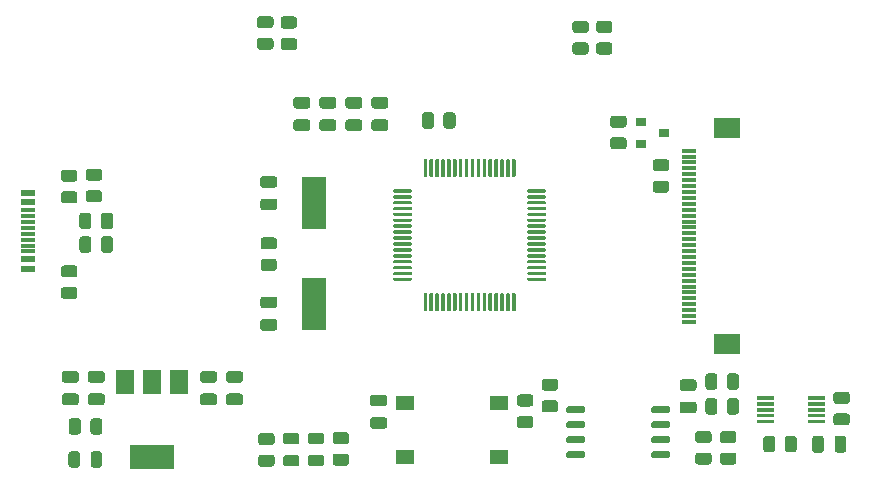
<source format=gbr>
%TF.GenerationSoftware,KiCad,Pcbnew,(5.1.10)-1*%
%TF.CreationDate,2022-04-11T13:22:51+08:00*%
%TF.ProjectId,stm32f103,73746d33-3266-4313-9033-2e6b69636164,rev?*%
%TF.SameCoordinates,Original*%
%TF.FileFunction,Paste,Top*%
%TF.FilePolarity,Positive*%
%FSLAX46Y46*%
G04 Gerber Fmt 4.6, Leading zero omitted, Abs format (unit mm)*
G04 Created by KiCad (PCBNEW (5.1.10)-1) date 2022-04-11 13:22:51*
%MOMM*%
%LPD*%
G01*
G04 APERTURE LIST*
%ADD10R,2.200000X1.800000*%
%ADD11R,1.300000X0.300000*%
%ADD12R,1.150000X0.600000*%
%ADD13R,1.150000X0.300000*%
%ADD14R,0.900000X0.800000*%
%ADD15R,1.550000X1.300000*%
%ADD16R,1.500000X2.000000*%
%ADD17R,3.800000X2.000000*%
%ADD18R,2.000000X4.500000*%
G04 APERTURE END LIST*
D10*
%TO.C,J4*%
X179900000Y-89450000D03*
X179900000Y-107750000D03*
D11*
X176650000Y-105850000D03*
X176650000Y-105350000D03*
X176650000Y-104850000D03*
X176650000Y-104350000D03*
X176650000Y-103850000D03*
X176650000Y-103350000D03*
X176650000Y-102850000D03*
X176650000Y-102350000D03*
X176650000Y-101850000D03*
X176650000Y-101350000D03*
X176650000Y-100850000D03*
X176650000Y-100350000D03*
X176650000Y-99850000D03*
X176650000Y-99350000D03*
X176650000Y-98850000D03*
X176650000Y-98350000D03*
X176650000Y-97850000D03*
X176650000Y-97350000D03*
X176650000Y-96850000D03*
X176650000Y-96350000D03*
X176650000Y-95850000D03*
X176650000Y-95350000D03*
X176650000Y-94850000D03*
X176650000Y-94350000D03*
X176650000Y-93850000D03*
X176650000Y-93350000D03*
X176650000Y-92850000D03*
X176650000Y-92350000D03*
X176650000Y-91850000D03*
X176650000Y-91350000D03*
%TD*%
%TO.C,R11*%
G36*
G01*
X126087500Y-98849998D02*
X126087500Y-99750002D01*
G75*
G02*
X125837502Y-100000000I-249998J0D01*
G01*
X125312498Y-100000000D01*
G75*
G02*
X125062500Y-99750002I0J249998D01*
G01*
X125062500Y-98849998D01*
G75*
G02*
X125312498Y-98600000I249998J0D01*
G01*
X125837502Y-98600000D01*
G75*
G02*
X126087500Y-98849998I0J-249998D01*
G01*
G37*
G36*
G01*
X127912500Y-98849998D02*
X127912500Y-99750002D01*
G75*
G02*
X127662502Y-100000000I-249998J0D01*
G01*
X127137498Y-100000000D01*
G75*
G02*
X126887500Y-99750002I0J249998D01*
G01*
X126887500Y-98849998D01*
G75*
G02*
X127137498Y-98600000I249998J0D01*
G01*
X127662502Y-98600000D01*
G75*
G02*
X127912500Y-98849998I0J-249998D01*
G01*
G37*
%TD*%
%TO.C,R12*%
G36*
G01*
X126087500Y-96849998D02*
X126087500Y-97750002D01*
G75*
G02*
X125837502Y-98000000I-249998J0D01*
G01*
X125312498Y-98000000D01*
G75*
G02*
X125062500Y-97750002I0J249998D01*
G01*
X125062500Y-96849998D01*
G75*
G02*
X125312498Y-96600000I249998J0D01*
G01*
X125837502Y-96600000D01*
G75*
G02*
X126087500Y-96849998I0J-249998D01*
G01*
G37*
G36*
G01*
X127912500Y-96849998D02*
X127912500Y-97750002D01*
G75*
G02*
X127662502Y-98000000I-249998J0D01*
G01*
X127137498Y-98000000D01*
G75*
G02*
X126887500Y-97750002I0J249998D01*
G01*
X126887500Y-96849998D01*
G75*
G02*
X127137498Y-96600000I249998J0D01*
G01*
X127662502Y-96600000D01*
G75*
G02*
X127912500Y-96849998I0J-249998D01*
G01*
G37*
%TD*%
%TO.C,U2*%
G36*
G01*
X151650000Y-94825000D02*
X151650000Y-94675000D01*
G75*
G02*
X151725000Y-94600000I75000J0D01*
G01*
X153125000Y-94600000D01*
G75*
G02*
X153200000Y-94675000I0J-75000D01*
G01*
X153200000Y-94825000D01*
G75*
G02*
X153125000Y-94900000I-75000J0D01*
G01*
X151725000Y-94900000D01*
G75*
G02*
X151650000Y-94825000I0J75000D01*
G01*
G37*
G36*
G01*
X151650000Y-95325000D02*
X151650000Y-95175000D01*
G75*
G02*
X151725000Y-95100000I75000J0D01*
G01*
X153125000Y-95100000D01*
G75*
G02*
X153200000Y-95175000I0J-75000D01*
G01*
X153200000Y-95325000D01*
G75*
G02*
X153125000Y-95400000I-75000J0D01*
G01*
X151725000Y-95400000D01*
G75*
G02*
X151650000Y-95325000I0J75000D01*
G01*
G37*
G36*
G01*
X151650000Y-95825000D02*
X151650000Y-95675000D01*
G75*
G02*
X151725000Y-95600000I75000J0D01*
G01*
X153125000Y-95600000D01*
G75*
G02*
X153200000Y-95675000I0J-75000D01*
G01*
X153200000Y-95825000D01*
G75*
G02*
X153125000Y-95900000I-75000J0D01*
G01*
X151725000Y-95900000D01*
G75*
G02*
X151650000Y-95825000I0J75000D01*
G01*
G37*
G36*
G01*
X151650000Y-96325000D02*
X151650000Y-96175000D01*
G75*
G02*
X151725000Y-96100000I75000J0D01*
G01*
X153125000Y-96100000D01*
G75*
G02*
X153200000Y-96175000I0J-75000D01*
G01*
X153200000Y-96325000D01*
G75*
G02*
X153125000Y-96400000I-75000J0D01*
G01*
X151725000Y-96400000D01*
G75*
G02*
X151650000Y-96325000I0J75000D01*
G01*
G37*
G36*
G01*
X151650000Y-96825000D02*
X151650000Y-96675000D01*
G75*
G02*
X151725000Y-96600000I75000J0D01*
G01*
X153125000Y-96600000D01*
G75*
G02*
X153200000Y-96675000I0J-75000D01*
G01*
X153200000Y-96825000D01*
G75*
G02*
X153125000Y-96900000I-75000J0D01*
G01*
X151725000Y-96900000D01*
G75*
G02*
X151650000Y-96825000I0J75000D01*
G01*
G37*
G36*
G01*
X151650000Y-97325000D02*
X151650000Y-97175000D01*
G75*
G02*
X151725000Y-97100000I75000J0D01*
G01*
X153125000Y-97100000D01*
G75*
G02*
X153200000Y-97175000I0J-75000D01*
G01*
X153200000Y-97325000D01*
G75*
G02*
X153125000Y-97400000I-75000J0D01*
G01*
X151725000Y-97400000D01*
G75*
G02*
X151650000Y-97325000I0J75000D01*
G01*
G37*
G36*
G01*
X151650000Y-97825000D02*
X151650000Y-97675000D01*
G75*
G02*
X151725000Y-97600000I75000J0D01*
G01*
X153125000Y-97600000D01*
G75*
G02*
X153200000Y-97675000I0J-75000D01*
G01*
X153200000Y-97825000D01*
G75*
G02*
X153125000Y-97900000I-75000J0D01*
G01*
X151725000Y-97900000D01*
G75*
G02*
X151650000Y-97825000I0J75000D01*
G01*
G37*
G36*
G01*
X151650000Y-98325000D02*
X151650000Y-98175000D01*
G75*
G02*
X151725000Y-98100000I75000J0D01*
G01*
X153125000Y-98100000D01*
G75*
G02*
X153200000Y-98175000I0J-75000D01*
G01*
X153200000Y-98325000D01*
G75*
G02*
X153125000Y-98400000I-75000J0D01*
G01*
X151725000Y-98400000D01*
G75*
G02*
X151650000Y-98325000I0J75000D01*
G01*
G37*
G36*
G01*
X151650000Y-98825000D02*
X151650000Y-98675000D01*
G75*
G02*
X151725000Y-98600000I75000J0D01*
G01*
X153125000Y-98600000D01*
G75*
G02*
X153200000Y-98675000I0J-75000D01*
G01*
X153200000Y-98825000D01*
G75*
G02*
X153125000Y-98900000I-75000J0D01*
G01*
X151725000Y-98900000D01*
G75*
G02*
X151650000Y-98825000I0J75000D01*
G01*
G37*
G36*
G01*
X151650000Y-99325000D02*
X151650000Y-99175000D01*
G75*
G02*
X151725000Y-99100000I75000J0D01*
G01*
X153125000Y-99100000D01*
G75*
G02*
X153200000Y-99175000I0J-75000D01*
G01*
X153200000Y-99325000D01*
G75*
G02*
X153125000Y-99400000I-75000J0D01*
G01*
X151725000Y-99400000D01*
G75*
G02*
X151650000Y-99325000I0J75000D01*
G01*
G37*
G36*
G01*
X151650000Y-99825000D02*
X151650000Y-99675000D01*
G75*
G02*
X151725000Y-99600000I75000J0D01*
G01*
X153125000Y-99600000D01*
G75*
G02*
X153200000Y-99675000I0J-75000D01*
G01*
X153200000Y-99825000D01*
G75*
G02*
X153125000Y-99900000I-75000J0D01*
G01*
X151725000Y-99900000D01*
G75*
G02*
X151650000Y-99825000I0J75000D01*
G01*
G37*
G36*
G01*
X151650000Y-100325000D02*
X151650000Y-100175000D01*
G75*
G02*
X151725000Y-100100000I75000J0D01*
G01*
X153125000Y-100100000D01*
G75*
G02*
X153200000Y-100175000I0J-75000D01*
G01*
X153200000Y-100325000D01*
G75*
G02*
X153125000Y-100400000I-75000J0D01*
G01*
X151725000Y-100400000D01*
G75*
G02*
X151650000Y-100325000I0J75000D01*
G01*
G37*
G36*
G01*
X151650000Y-100825000D02*
X151650000Y-100675000D01*
G75*
G02*
X151725000Y-100600000I75000J0D01*
G01*
X153125000Y-100600000D01*
G75*
G02*
X153200000Y-100675000I0J-75000D01*
G01*
X153200000Y-100825000D01*
G75*
G02*
X153125000Y-100900000I-75000J0D01*
G01*
X151725000Y-100900000D01*
G75*
G02*
X151650000Y-100825000I0J75000D01*
G01*
G37*
G36*
G01*
X151650000Y-101325000D02*
X151650000Y-101175000D01*
G75*
G02*
X151725000Y-101100000I75000J0D01*
G01*
X153125000Y-101100000D01*
G75*
G02*
X153200000Y-101175000I0J-75000D01*
G01*
X153200000Y-101325000D01*
G75*
G02*
X153125000Y-101400000I-75000J0D01*
G01*
X151725000Y-101400000D01*
G75*
G02*
X151650000Y-101325000I0J75000D01*
G01*
G37*
G36*
G01*
X151650000Y-101825000D02*
X151650000Y-101675000D01*
G75*
G02*
X151725000Y-101600000I75000J0D01*
G01*
X153125000Y-101600000D01*
G75*
G02*
X153200000Y-101675000I0J-75000D01*
G01*
X153200000Y-101825000D01*
G75*
G02*
X153125000Y-101900000I-75000J0D01*
G01*
X151725000Y-101900000D01*
G75*
G02*
X151650000Y-101825000I0J75000D01*
G01*
G37*
G36*
G01*
X151650000Y-102325000D02*
X151650000Y-102175000D01*
G75*
G02*
X151725000Y-102100000I75000J0D01*
G01*
X153125000Y-102100000D01*
G75*
G02*
X153200000Y-102175000I0J-75000D01*
G01*
X153200000Y-102325000D01*
G75*
G02*
X153125000Y-102400000I-75000J0D01*
G01*
X151725000Y-102400000D01*
G75*
G02*
X151650000Y-102325000I0J75000D01*
G01*
G37*
G36*
G01*
X154200000Y-104875000D02*
X154200000Y-103475000D01*
G75*
G02*
X154275000Y-103400000I75000J0D01*
G01*
X154425000Y-103400000D01*
G75*
G02*
X154500000Y-103475000I0J-75000D01*
G01*
X154500000Y-104875000D01*
G75*
G02*
X154425000Y-104950000I-75000J0D01*
G01*
X154275000Y-104950000D01*
G75*
G02*
X154200000Y-104875000I0J75000D01*
G01*
G37*
G36*
G01*
X154700000Y-104875000D02*
X154700000Y-103475000D01*
G75*
G02*
X154775000Y-103400000I75000J0D01*
G01*
X154925000Y-103400000D01*
G75*
G02*
X155000000Y-103475000I0J-75000D01*
G01*
X155000000Y-104875000D01*
G75*
G02*
X154925000Y-104950000I-75000J0D01*
G01*
X154775000Y-104950000D01*
G75*
G02*
X154700000Y-104875000I0J75000D01*
G01*
G37*
G36*
G01*
X155200000Y-104875000D02*
X155200000Y-103475000D01*
G75*
G02*
X155275000Y-103400000I75000J0D01*
G01*
X155425000Y-103400000D01*
G75*
G02*
X155500000Y-103475000I0J-75000D01*
G01*
X155500000Y-104875000D01*
G75*
G02*
X155425000Y-104950000I-75000J0D01*
G01*
X155275000Y-104950000D01*
G75*
G02*
X155200000Y-104875000I0J75000D01*
G01*
G37*
G36*
G01*
X155700000Y-104875000D02*
X155700000Y-103475000D01*
G75*
G02*
X155775000Y-103400000I75000J0D01*
G01*
X155925000Y-103400000D01*
G75*
G02*
X156000000Y-103475000I0J-75000D01*
G01*
X156000000Y-104875000D01*
G75*
G02*
X155925000Y-104950000I-75000J0D01*
G01*
X155775000Y-104950000D01*
G75*
G02*
X155700000Y-104875000I0J75000D01*
G01*
G37*
G36*
G01*
X156200000Y-104875000D02*
X156200000Y-103475000D01*
G75*
G02*
X156275000Y-103400000I75000J0D01*
G01*
X156425000Y-103400000D01*
G75*
G02*
X156500000Y-103475000I0J-75000D01*
G01*
X156500000Y-104875000D01*
G75*
G02*
X156425000Y-104950000I-75000J0D01*
G01*
X156275000Y-104950000D01*
G75*
G02*
X156200000Y-104875000I0J75000D01*
G01*
G37*
G36*
G01*
X156700000Y-104875000D02*
X156700000Y-103475000D01*
G75*
G02*
X156775000Y-103400000I75000J0D01*
G01*
X156925000Y-103400000D01*
G75*
G02*
X157000000Y-103475000I0J-75000D01*
G01*
X157000000Y-104875000D01*
G75*
G02*
X156925000Y-104950000I-75000J0D01*
G01*
X156775000Y-104950000D01*
G75*
G02*
X156700000Y-104875000I0J75000D01*
G01*
G37*
G36*
G01*
X157200000Y-104875000D02*
X157200000Y-103475000D01*
G75*
G02*
X157275000Y-103400000I75000J0D01*
G01*
X157425000Y-103400000D01*
G75*
G02*
X157500000Y-103475000I0J-75000D01*
G01*
X157500000Y-104875000D01*
G75*
G02*
X157425000Y-104950000I-75000J0D01*
G01*
X157275000Y-104950000D01*
G75*
G02*
X157200000Y-104875000I0J75000D01*
G01*
G37*
G36*
G01*
X157700000Y-104875000D02*
X157700000Y-103475000D01*
G75*
G02*
X157775000Y-103400000I75000J0D01*
G01*
X157925000Y-103400000D01*
G75*
G02*
X158000000Y-103475000I0J-75000D01*
G01*
X158000000Y-104875000D01*
G75*
G02*
X157925000Y-104950000I-75000J0D01*
G01*
X157775000Y-104950000D01*
G75*
G02*
X157700000Y-104875000I0J75000D01*
G01*
G37*
G36*
G01*
X158200000Y-104875000D02*
X158200000Y-103475000D01*
G75*
G02*
X158275000Y-103400000I75000J0D01*
G01*
X158425000Y-103400000D01*
G75*
G02*
X158500000Y-103475000I0J-75000D01*
G01*
X158500000Y-104875000D01*
G75*
G02*
X158425000Y-104950000I-75000J0D01*
G01*
X158275000Y-104950000D01*
G75*
G02*
X158200000Y-104875000I0J75000D01*
G01*
G37*
G36*
G01*
X158700000Y-104875000D02*
X158700000Y-103475000D01*
G75*
G02*
X158775000Y-103400000I75000J0D01*
G01*
X158925000Y-103400000D01*
G75*
G02*
X159000000Y-103475000I0J-75000D01*
G01*
X159000000Y-104875000D01*
G75*
G02*
X158925000Y-104950000I-75000J0D01*
G01*
X158775000Y-104950000D01*
G75*
G02*
X158700000Y-104875000I0J75000D01*
G01*
G37*
G36*
G01*
X159200000Y-104875000D02*
X159200000Y-103475000D01*
G75*
G02*
X159275000Y-103400000I75000J0D01*
G01*
X159425000Y-103400000D01*
G75*
G02*
X159500000Y-103475000I0J-75000D01*
G01*
X159500000Y-104875000D01*
G75*
G02*
X159425000Y-104950000I-75000J0D01*
G01*
X159275000Y-104950000D01*
G75*
G02*
X159200000Y-104875000I0J75000D01*
G01*
G37*
G36*
G01*
X159700000Y-104875000D02*
X159700000Y-103475000D01*
G75*
G02*
X159775000Y-103400000I75000J0D01*
G01*
X159925000Y-103400000D01*
G75*
G02*
X160000000Y-103475000I0J-75000D01*
G01*
X160000000Y-104875000D01*
G75*
G02*
X159925000Y-104950000I-75000J0D01*
G01*
X159775000Y-104950000D01*
G75*
G02*
X159700000Y-104875000I0J75000D01*
G01*
G37*
G36*
G01*
X160200000Y-104875000D02*
X160200000Y-103475000D01*
G75*
G02*
X160275000Y-103400000I75000J0D01*
G01*
X160425000Y-103400000D01*
G75*
G02*
X160500000Y-103475000I0J-75000D01*
G01*
X160500000Y-104875000D01*
G75*
G02*
X160425000Y-104950000I-75000J0D01*
G01*
X160275000Y-104950000D01*
G75*
G02*
X160200000Y-104875000I0J75000D01*
G01*
G37*
G36*
G01*
X160700000Y-104875000D02*
X160700000Y-103475000D01*
G75*
G02*
X160775000Y-103400000I75000J0D01*
G01*
X160925000Y-103400000D01*
G75*
G02*
X161000000Y-103475000I0J-75000D01*
G01*
X161000000Y-104875000D01*
G75*
G02*
X160925000Y-104950000I-75000J0D01*
G01*
X160775000Y-104950000D01*
G75*
G02*
X160700000Y-104875000I0J75000D01*
G01*
G37*
G36*
G01*
X161200000Y-104875000D02*
X161200000Y-103475000D01*
G75*
G02*
X161275000Y-103400000I75000J0D01*
G01*
X161425000Y-103400000D01*
G75*
G02*
X161500000Y-103475000I0J-75000D01*
G01*
X161500000Y-104875000D01*
G75*
G02*
X161425000Y-104950000I-75000J0D01*
G01*
X161275000Y-104950000D01*
G75*
G02*
X161200000Y-104875000I0J75000D01*
G01*
G37*
G36*
G01*
X161700000Y-104875000D02*
X161700000Y-103475000D01*
G75*
G02*
X161775000Y-103400000I75000J0D01*
G01*
X161925000Y-103400000D01*
G75*
G02*
X162000000Y-103475000I0J-75000D01*
G01*
X162000000Y-104875000D01*
G75*
G02*
X161925000Y-104950000I-75000J0D01*
G01*
X161775000Y-104950000D01*
G75*
G02*
X161700000Y-104875000I0J75000D01*
G01*
G37*
G36*
G01*
X163000000Y-102325000D02*
X163000000Y-102175000D01*
G75*
G02*
X163075000Y-102100000I75000J0D01*
G01*
X164475000Y-102100000D01*
G75*
G02*
X164550000Y-102175000I0J-75000D01*
G01*
X164550000Y-102325000D01*
G75*
G02*
X164475000Y-102400000I-75000J0D01*
G01*
X163075000Y-102400000D01*
G75*
G02*
X163000000Y-102325000I0J75000D01*
G01*
G37*
G36*
G01*
X163000000Y-101825000D02*
X163000000Y-101675000D01*
G75*
G02*
X163075000Y-101600000I75000J0D01*
G01*
X164475000Y-101600000D01*
G75*
G02*
X164550000Y-101675000I0J-75000D01*
G01*
X164550000Y-101825000D01*
G75*
G02*
X164475000Y-101900000I-75000J0D01*
G01*
X163075000Y-101900000D01*
G75*
G02*
X163000000Y-101825000I0J75000D01*
G01*
G37*
G36*
G01*
X163000000Y-101325000D02*
X163000000Y-101175000D01*
G75*
G02*
X163075000Y-101100000I75000J0D01*
G01*
X164475000Y-101100000D01*
G75*
G02*
X164550000Y-101175000I0J-75000D01*
G01*
X164550000Y-101325000D01*
G75*
G02*
X164475000Y-101400000I-75000J0D01*
G01*
X163075000Y-101400000D01*
G75*
G02*
X163000000Y-101325000I0J75000D01*
G01*
G37*
G36*
G01*
X163000000Y-100825000D02*
X163000000Y-100675000D01*
G75*
G02*
X163075000Y-100600000I75000J0D01*
G01*
X164475000Y-100600000D01*
G75*
G02*
X164550000Y-100675000I0J-75000D01*
G01*
X164550000Y-100825000D01*
G75*
G02*
X164475000Y-100900000I-75000J0D01*
G01*
X163075000Y-100900000D01*
G75*
G02*
X163000000Y-100825000I0J75000D01*
G01*
G37*
G36*
G01*
X163000000Y-100325000D02*
X163000000Y-100175000D01*
G75*
G02*
X163075000Y-100100000I75000J0D01*
G01*
X164475000Y-100100000D01*
G75*
G02*
X164550000Y-100175000I0J-75000D01*
G01*
X164550000Y-100325000D01*
G75*
G02*
X164475000Y-100400000I-75000J0D01*
G01*
X163075000Y-100400000D01*
G75*
G02*
X163000000Y-100325000I0J75000D01*
G01*
G37*
G36*
G01*
X163000000Y-99825000D02*
X163000000Y-99675000D01*
G75*
G02*
X163075000Y-99600000I75000J0D01*
G01*
X164475000Y-99600000D01*
G75*
G02*
X164550000Y-99675000I0J-75000D01*
G01*
X164550000Y-99825000D01*
G75*
G02*
X164475000Y-99900000I-75000J0D01*
G01*
X163075000Y-99900000D01*
G75*
G02*
X163000000Y-99825000I0J75000D01*
G01*
G37*
G36*
G01*
X163000000Y-99325000D02*
X163000000Y-99175000D01*
G75*
G02*
X163075000Y-99100000I75000J0D01*
G01*
X164475000Y-99100000D01*
G75*
G02*
X164550000Y-99175000I0J-75000D01*
G01*
X164550000Y-99325000D01*
G75*
G02*
X164475000Y-99400000I-75000J0D01*
G01*
X163075000Y-99400000D01*
G75*
G02*
X163000000Y-99325000I0J75000D01*
G01*
G37*
G36*
G01*
X163000000Y-98825000D02*
X163000000Y-98675000D01*
G75*
G02*
X163075000Y-98600000I75000J0D01*
G01*
X164475000Y-98600000D01*
G75*
G02*
X164550000Y-98675000I0J-75000D01*
G01*
X164550000Y-98825000D01*
G75*
G02*
X164475000Y-98900000I-75000J0D01*
G01*
X163075000Y-98900000D01*
G75*
G02*
X163000000Y-98825000I0J75000D01*
G01*
G37*
G36*
G01*
X163000000Y-98325000D02*
X163000000Y-98175000D01*
G75*
G02*
X163075000Y-98100000I75000J0D01*
G01*
X164475000Y-98100000D01*
G75*
G02*
X164550000Y-98175000I0J-75000D01*
G01*
X164550000Y-98325000D01*
G75*
G02*
X164475000Y-98400000I-75000J0D01*
G01*
X163075000Y-98400000D01*
G75*
G02*
X163000000Y-98325000I0J75000D01*
G01*
G37*
G36*
G01*
X163000000Y-97825000D02*
X163000000Y-97675000D01*
G75*
G02*
X163075000Y-97600000I75000J0D01*
G01*
X164475000Y-97600000D01*
G75*
G02*
X164550000Y-97675000I0J-75000D01*
G01*
X164550000Y-97825000D01*
G75*
G02*
X164475000Y-97900000I-75000J0D01*
G01*
X163075000Y-97900000D01*
G75*
G02*
X163000000Y-97825000I0J75000D01*
G01*
G37*
G36*
G01*
X163000000Y-97325000D02*
X163000000Y-97175000D01*
G75*
G02*
X163075000Y-97100000I75000J0D01*
G01*
X164475000Y-97100000D01*
G75*
G02*
X164550000Y-97175000I0J-75000D01*
G01*
X164550000Y-97325000D01*
G75*
G02*
X164475000Y-97400000I-75000J0D01*
G01*
X163075000Y-97400000D01*
G75*
G02*
X163000000Y-97325000I0J75000D01*
G01*
G37*
G36*
G01*
X163000000Y-96825000D02*
X163000000Y-96675000D01*
G75*
G02*
X163075000Y-96600000I75000J0D01*
G01*
X164475000Y-96600000D01*
G75*
G02*
X164550000Y-96675000I0J-75000D01*
G01*
X164550000Y-96825000D01*
G75*
G02*
X164475000Y-96900000I-75000J0D01*
G01*
X163075000Y-96900000D01*
G75*
G02*
X163000000Y-96825000I0J75000D01*
G01*
G37*
G36*
G01*
X163000000Y-96325000D02*
X163000000Y-96175000D01*
G75*
G02*
X163075000Y-96100000I75000J0D01*
G01*
X164475000Y-96100000D01*
G75*
G02*
X164550000Y-96175000I0J-75000D01*
G01*
X164550000Y-96325000D01*
G75*
G02*
X164475000Y-96400000I-75000J0D01*
G01*
X163075000Y-96400000D01*
G75*
G02*
X163000000Y-96325000I0J75000D01*
G01*
G37*
G36*
G01*
X163000000Y-95825000D02*
X163000000Y-95675000D01*
G75*
G02*
X163075000Y-95600000I75000J0D01*
G01*
X164475000Y-95600000D01*
G75*
G02*
X164550000Y-95675000I0J-75000D01*
G01*
X164550000Y-95825000D01*
G75*
G02*
X164475000Y-95900000I-75000J0D01*
G01*
X163075000Y-95900000D01*
G75*
G02*
X163000000Y-95825000I0J75000D01*
G01*
G37*
G36*
G01*
X163000000Y-95325000D02*
X163000000Y-95175000D01*
G75*
G02*
X163075000Y-95100000I75000J0D01*
G01*
X164475000Y-95100000D01*
G75*
G02*
X164550000Y-95175000I0J-75000D01*
G01*
X164550000Y-95325000D01*
G75*
G02*
X164475000Y-95400000I-75000J0D01*
G01*
X163075000Y-95400000D01*
G75*
G02*
X163000000Y-95325000I0J75000D01*
G01*
G37*
G36*
G01*
X163000000Y-94825000D02*
X163000000Y-94675000D01*
G75*
G02*
X163075000Y-94600000I75000J0D01*
G01*
X164475000Y-94600000D01*
G75*
G02*
X164550000Y-94675000I0J-75000D01*
G01*
X164550000Y-94825000D01*
G75*
G02*
X164475000Y-94900000I-75000J0D01*
G01*
X163075000Y-94900000D01*
G75*
G02*
X163000000Y-94825000I0J75000D01*
G01*
G37*
G36*
G01*
X161700000Y-93525000D02*
X161700000Y-92125000D01*
G75*
G02*
X161775000Y-92050000I75000J0D01*
G01*
X161925000Y-92050000D01*
G75*
G02*
X162000000Y-92125000I0J-75000D01*
G01*
X162000000Y-93525000D01*
G75*
G02*
X161925000Y-93600000I-75000J0D01*
G01*
X161775000Y-93600000D01*
G75*
G02*
X161700000Y-93525000I0J75000D01*
G01*
G37*
G36*
G01*
X161200000Y-93525000D02*
X161200000Y-92125000D01*
G75*
G02*
X161275000Y-92050000I75000J0D01*
G01*
X161425000Y-92050000D01*
G75*
G02*
X161500000Y-92125000I0J-75000D01*
G01*
X161500000Y-93525000D01*
G75*
G02*
X161425000Y-93600000I-75000J0D01*
G01*
X161275000Y-93600000D01*
G75*
G02*
X161200000Y-93525000I0J75000D01*
G01*
G37*
G36*
G01*
X160700000Y-93525000D02*
X160700000Y-92125000D01*
G75*
G02*
X160775000Y-92050000I75000J0D01*
G01*
X160925000Y-92050000D01*
G75*
G02*
X161000000Y-92125000I0J-75000D01*
G01*
X161000000Y-93525000D01*
G75*
G02*
X160925000Y-93600000I-75000J0D01*
G01*
X160775000Y-93600000D01*
G75*
G02*
X160700000Y-93525000I0J75000D01*
G01*
G37*
G36*
G01*
X160200000Y-93525000D02*
X160200000Y-92125000D01*
G75*
G02*
X160275000Y-92050000I75000J0D01*
G01*
X160425000Y-92050000D01*
G75*
G02*
X160500000Y-92125000I0J-75000D01*
G01*
X160500000Y-93525000D01*
G75*
G02*
X160425000Y-93600000I-75000J0D01*
G01*
X160275000Y-93600000D01*
G75*
G02*
X160200000Y-93525000I0J75000D01*
G01*
G37*
G36*
G01*
X159700000Y-93525000D02*
X159700000Y-92125000D01*
G75*
G02*
X159775000Y-92050000I75000J0D01*
G01*
X159925000Y-92050000D01*
G75*
G02*
X160000000Y-92125000I0J-75000D01*
G01*
X160000000Y-93525000D01*
G75*
G02*
X159925000Y-93600000I-75000J0D01*
G01*
X159775000Y-93600000D01*
G75*
G02*
X159700000Y-93525000I0J75000D01*
G01*
G37*
G36*
G01*
X159200000Y-93525000D02*
X159200000Y-92125000D01*
G75*
G02*
X159275000Y-92050000I75000J0D01*
G01*
X159425000Y-92050000D01*
G75*
G02*
X159500000Y-92125000I0J-75000D01*
G01*
X159500000Y-93525000D01*
G75*
G02*
X159425000Y-93600000I-75000J0D01*
G01*
X159275000Y-93600000D01*
G75*
G02*
X159200000Y-93525000I0J75000D01*
G01*
G37*
G36*
G01*
X158700000Y-93525000D02*
X158700000Y-92125000D01*
G75*
G02*
X158775000Y-92050000I75000J0D01*
G01*
X158925000Y-92050000D01*
G75*
G02*
X159000000Y-92125000I0J-75000D01*
G01*
X159000000Y-93525000D01*
G75*
G02*
X158925000Y-93600000I-75000J0D01*
G01*
X158775000Y-93600000D01*
G75*
G02*
X158700000Y-93525000I0J75000D01*
G01*
G37*
G36*
G01*
X158200000Y-93525000D02*
X158200000Y-92125000D01*
G75*
G02*
X158275000Y-92050000I75000J0D01*
G01*
X158425000Y-92050000D01*
G75*
G02*
X158500000Y-92125000I0J-75000D01*
G01*
X158500000Y-93525000D01*
G75*
G02*
X158425000Y-93600000I-75000J0D01*
G01*
X158275000Y-93600000D01*
G75*
G02*
X158200000Y-93525000I0J75000D01*
G01*
G37*
G36*
G01*
X157700000Y-93525000D02*
X157700000Y-92125000D01*
G75*
G02*
X157775000Y-92050000I75000J0D01*
G01*
X157925000Y-92050000D01*
G75*
G02*
X158000000Y-92125000I0J-75000D01*
G01*
X158000000Y-93525000D01*
G75*
G02*
X157925000Y-93600000I-75000J0D01*
G01*
X157775000Y-93600000D01*
G75*
G02*
X157700000Y-93525000I0J75000D01*
G01*
G37*
G36*
G01*
X157200000Y-93525000D02*
X157200000Y-92125000D01*
G75*
G02*
X157275000Y-92050000I75000J0D01*
G01*
X157425000Y-92050000D01*
G75*
G02*
X157500000Y-92125000I0J-75000D01*
G01*
X157500000Y-93525000D01*
G75*
G02*
X157425000Y-93600000I-75000J0D01*
G01*
X157275000Y-93600000D01*
G75*
G02*
X157200000Y-93525000I0J75000D01*
G01*
G37*
G36*
G01*
X156700000Y-93525000D02*
X156700000Y-92125000D01*
G75*
G02*
X156775000Y-92050000I75000J0D01*
G01*
X156925000Y-92050000D01*
G75*
G02*
X157000000Y-92125000I0J-75000D01*
G01*
X157000000Y-93525000D01*
G75*
G02*
X156925000Y-93600000I-75000J0D01*
G01*
X156775000Y-93600000D01*
G75*
G02*
X156700000Y-93525000I0J75000D01*
G01*
G37*
G36*
G01*
X156200000Y-93525000D02*
X156200000Y-92125000D01*
G75*
G02*
X156275000Y-92050000I75000J0D01*
G01*
X156425000Y-92050000D01*
G75*
G02*
X156500000Y-92125000I0J-75000D01*
G01*
X156500000Y-93525000D01*
G75*
G02*
X156425000Y-93600000I-75000J0D01*
G01*
X156275000Y-93600000D01*
G75*
G02*
X156200000Y-93525000I0J75000D01*
G01*
G37*
G36*
G01*
X155700000Y-93525000D02*
X155700000Y-92125000D01*
G75*
G02*
X155775000Y-92050000I75000J0D01*
G01*
X155925000Y-92050000D01*
G75*
G02*
X156000000Y-92125000I0J-75000D01*
G01*
X156000000Y-93525000D01*
G75*
G02*
X155925000Y-93600000I-75000J0D01*
G01*
X155775000Y-93600000D01*
G75*
G02*
X155700000Y-93525000I0J75000D01*
G01*
G37*
G36*
G01*
X155200000Y-93525000D02*
X155200000Y-92125000D01*
G75*
G02*
X155275000Y-92050000I75000J0D01*
G01*
X155425000Y-92050000D01*
G75*
G02*
X155500000Y-92125000I0J-75000D01*
G01*
X155500000Y-93525000D01*
G75*
G02*
X155425000Y-93600000I-75000J0D01*
G01*
X155275000Y-93600000D01*
G75*
G02*
X155200000Y-93525000I0J75000D01*
G01*
G37*
G36*
G01*
X154700000Y-93525000D02*
X154700000Y-92125000D01*
G75*
G02*
X154775000Y-92050000I75000J0D01*
G01*
X154925000Y-92050000D01*
G75*
G02*
X155000000Y-92125000I0J-75000D01*
G01*
X155000000Y-93525000D01*
G75*
G02*
X154925000Y-93600000I-75000J0D01*
G01*
X154775000Y-93600000D01*
G75*
G02*
X154700000Y-93525000I0J75000D01*
G01*
G37*
G36*
G01*
X154200000Y-93525000D02*
X154200000Y-92125000D01*
G75*
G02*
X154275000Y-92050000I75000J0D01*
G01*
X154425000Y-92050000D01*
G75*
G02*
X154500000Y-92125000I0J-75000D01*
G01*
X154500000Y-93525000D01*
G75*
G02*
X154425000Y-93600000I-75000J0D01*
G01*
X154275000Y-93600000D01*
G75*
G02*
X154200000Y-93525000I0J75000D01*
G01*
G37*
%TD*%
%TO.C,D3*%
G36*
G01*
X144643750Y-115237500D02*
X145556250Y-115237500D01*
G75*
G02*
X145800000Y-115481250I0J-243750D01*
G01*
X145800000Y-115968750D01*
G75*
G02*
X145556250Y-116212500I-243750J0D01*
G01*
X144643750Y-116212500D01*
G75*
G02*
X144400000Y-115968750I0J243750D01*
G01*
X144400000Y-115481250D01*
G75*
G02*
X144643750Y-115237500I243750J0D01*
G01*
G37*
G36*
G01*
X144643750Y-117112500D02*
X145556250Y-117112500D01*
G75*
G02*
X145800000Y-117356250I0J-243750D01*
G01*
X145800000Y-117843750D01*
G75*
G02*
X145556250Y-118087500I-243750J0D01*
G01*
X144643750Y-118087500D01*
G75*
G02*
X144400000Y-117843750I0J243750D01*
G01*
X144400000Y-117356250D01*
G75*
G02*
X144643750Y-117112500I243750J0D01*
G01*
G37*
%TD*%
D12*
%TO.C,J9*%
X120685000Y-94930000D03*
X120685000Y-101330000D03*
X120685000Y-95730000D03*
X120685000Y-100530000D03*
D13*
X120685000Y-98380000D03*
X120685000Y-97880000D03*
X120685000Y-98880000D03*
X120685000Y-99380000D03*
X120685000Y-99880000D03*
X120685000Y-97380000D03*
X120685000Y-96880000D03*
X120685000Y-96380000D03*
%TD*%
%TO.C,C1*%
G36*
G01*
X141575000Y-96400000D02*
X140625000Y-96400000D01*
G75*
G02*
X140375000Y-96150000I0J250000D01*
G01*
X140375000Y-95650000D01*
G75*
G02*
X140625000Y-95400000I250000J0D01*
G01*
X141575000Y-95400000D01*
G75*
G02*
X141825000Y-95650000I0J-250000D01*
G01*
X141825000Y-96150000D01*
G75*
G02*
X141575000Y-96400000I-250000J0D01*
G01*
G37*
G36*
G01*
X141575000Y-94500000D02*
X140625000Y-94500000D01*
G75*
G02*
X140375000Y-94250000I0J250000D01*
G01*
X140375000Y-93750000D01*
G75*
G02*
X140625000Y-93500000I250000J0D01*
G01*
X141575000Y-93500000D01*
G75*
G02*
X141825000Y-93750000I0J-250000D01*
G01*
X141825000Y-94250000D01*
G75*
G02*
X141575000Y-94500000I-250000J0D01*
G01*
G37*
%TD*%
%TO.C,C2*%
G36*
G01*
X123825000Y-111900000D02*
X124775000Y-111900000D01*
G75*
G02*
X125025000Y-112150000I0J-250000D01*
G01*
X125025000Y-112650000D01*
G75*
G02*
X124775000Y-112900000I-250000J0D01*
G01*
X123825000Y-112900000D01*
G75*
G02*
X123575000Y-112650000I0J250000D01*
G01*
X123575000Y-112150000D01*
G75*
G02*
X123825000Y-111900000I250000J0D01*
G01*
G37*
G36*
G01*
X123825000Y-110000000D02*
X124775000Y-110000000D01*
G75*
G02*
X125025000Y-110250000I0J-250000D01*
G01*
X125025000Y-110750000D01*
G75*
G02*
X124775000Y-111000000I-250000J0D01*
G01*
X123825000Y-111000000D01*
G75*
G02*
X123575000Y-110750000I0J250000D01*
G01*
X123575000Y-110250000D01*
G75*
G02*
X123825000Y-110000000I250000J0D01*
G01*
G37*
%TD*%
%TO.C,C3*%
G36*
G01*
X149925000Y-113900000D02*
X150875000Y-113900000D01*
G75*
G02*
X151125000Y-114150000I0J-250000D01*
G01*
X151125000Y-114650000D01*
G75*
G02*
X150875000Y-114900000I-250000J0D01*
G01*
X149925000Y-114900000D01*
G75*
G02*
X149675000Y-114650000I0J250000D01*
G01*
X149675000Y-114150000D01*
G75*
G02*
X149925000Y-113900000I250000J0D01*
G01*
G37*
G36*
G01*
X149925000Y-112000000D02*
X150875000Y-112000000D01*
G75*
G02*
X151125000Y-112250000I0J-250000D01*
G01*
X151125000Y-112750000D01*
G75*
G02*
X150875000Y-113000000I-250000J0D01*
G01*
X149925000Y-113000000D01*
G75*
G02*
X149675000Y-112750000I0J250000D01*
G01*
X149675000Y-112250000D01*
G75*
G02*
X149925000Y-112000000I250000J0D01*
G01*
G37*
%TD*%
%TO.C,C4*%
G36*
G01*
X140625000Y-105600000D02*
X141575000Y-105600000D01*
G75*
G02*
X141825000Y-105850000I0J-250000D01*
G01*
X141825000Y-106350000D01*
G75*
G02*
X141575000Y-106600000I-250000J0D01*
G01*
X140625000Y-106600000D01*
G75*
G02*
X140375000Y-106350000I0J250000D01*
G01*
X140375000Y-105850000D01*
G75*
G02*
X140625000Y-105600000I250000J0D01*
G01*
G37*
G36*
G01*
X140625000Y-103700000D02*
X141575000Y-103700000D01*
G75*
G02*
X141825000Y-103950000I0J-250000D01*
G01*
X141825000Y-104450000D01*
G75*
G02*
X141575000Y-104700000I-250000J0D01*
G01*
X140625000Y-104700000D01*
G75*
G02*
X140375000Y-104450000I0J250000D01*
G01*
X140375000Y-103950000D01*
G75*
G02*
X140625000Y-103700000I250000J0D01*
G01*
G37*
%TD*%
%TO.C,C5*%
G36*
G01*
X136475000Y-112900000D02*
X135525000Y-112900000D01*
G75*
G02*
X135275000Y-112650000I0J250000D01*
G01*
X135275000Y-112150000D01*
G75*
G02*
X135525000Y-111900000I250000J0D01*
G01*
X136475000Y-111900000D01*
G75*
G02*
X136725000Y-112150000I0J-250000D01*
G01*
X136725000Y-112650000D01*
G75*
G02*
X136475000Y-112900000I-250000J0D01*
G01*
G37*
G36*
G01*
X136475000Y-111000000D02*
X135525000Y-111000000D01*
G75*
G02*
X135275000Y-110750000I0J250000D01*
G01*
X135275000Y-110250000D01*
G75*
G02*
X135525000Y-110000000I250000J0D01*
G01*
X136475000Y-110000000D01*
G75*
G02*
X136725000Y-110250000I0J-250000D01*
G01*
X136725000Y-110750000D01*
G75*
G02*
X136475000Y-111000000I-250000J0D01*
G01*
G37*
%TD*%
%TO.C,C6*%
G36*
G01*
X144375000Y-87800000D02*
X143425000Y-87800000D01*
G75*
G02*
X143175000Y-87550000I0J250000D01*
G01*
X143175000Y-87050000D01*
G75*
G02*
X143425000Y-86800000I250000J0D01*
G01*
X144375000Y-86800000D01*
G75*
G02*
X144625000Y-87050000I0J-250000D01*
G01*
X144625000Y-87550000D01*
G75*
G02*
X144375000Y-87800000I-250000J0D01*
G01*
G37*
G36*
G01*
X144375000Y-89700000D02*
X143425000Y-89700000D01*
G75*
G02*
X143175000Y-89450000I0J250000D01*
G01*
X143175000Y-88950000D01*
G75*
G02*
X143425000Y-88700000I250000J0D01*
G01*
X144375000Y-88700000D01*
G75*
G02*
X144625000Y-88950000I0J-250000D01*
G01*
X144625000Y-89450000D01*
G75*
G02*
X144375000Y-89700000I-250000J0D01*
G01*
G37*
%TD*%
%TO.C,C7*%
G36*
G01*
X146575000Y-89700000D02*
X145625000Y-89700000D01*
G75*
G02*
X145375000Y-89450000I0J250000D01*
G01*
X145375000Y-88950000D01*
G75*
G02*
X145625000Y-88700000I250000J0D01*
G01*
X146575000Y-88700000D01*
G75*
G02*
X146825000Y-88950000I0J-250000D01*
G01*
X146825000Y-89450000D01*
G75*
G02*
X146575000Y-89700000I-250000J0D01*
G01*
G37*
G36*
G01*
X146575000Y-87800000D02*
X145625000Y-87800000D01*
G75*
G02*
X145375000Y-87550000I0J250000D01*
G01*
X145375000Y-87050000D01*
G75*
G02*
X145625000Y-86800000I250000J0D01*
G01*
X146575000Y-86800000D01*
G75*
G02*
X146825000Y-87050000I0J-250000D01*
G01*
X146825000Y-87550000D01*
G75*
G02*
X146575000Y-87800000I-250000J0D01*
G01*
G37*
%TD*%
%TO.C,C8*%
G36*
G01*
X148775000Y-87800000D02*
X147825000Y-87800000D01*
G75*
G02*
X147575000Y-87550000I0J250000D01*
G01*
X147575000Y-87050000D01*
G75*
G02*
X147825000Y-86800000I250000J0D01*
G01*
X148775000Y-86800000D01*
G75*
G02*
X149025000Y-87050000I0J-250000D01*
G01*
X149025000Y-87550000D01*
G75*
G02*
X148775000Y-87800000I-250000J0D01*
G01*
G37*
G36*
G01*
X148775000Y-89700000D02*
X147825000Y-89700000D01*
G75*
G02*
X147575000Y-89450000I0J250000D01*
G01*
X147575000Y-88950000D01*
G75*
G02*
X147825000Y-88700000I250000J0D01*
G01*
X148775000Y-88700000D01*
G75*
G02*
X149025000Y-88950000I0J-250000D01*
G01*
X149025000Y-89450000D01*
G75*
G02*
X148775000Y-89700000I-250000J0D01*
G01*
G37*
%TD*%
%TO.C,C9*%
G36*
G01*
X150975000Y-89700000D02*
X150025000Y-89700000D01*
G75*
G02*
X149775000Y-89450000I0J250000D01*
G01*
X149775000Y-88950000D01*
G75*
G02*
X150025000Y-88700000I250000J0D01*
G01*
X150975000Y-88700000D01*
G75*
G02*
X151225000Y-88950000I0J-250000D01*
G01*
X151225000Y-89450000D01*
G75*
G02*
X150975000Y-89700000I-250000J0D01*
G01*
G37*
G36*
G01*
X150975000Y-87800000D02*
X150025000Y-87800000D01*
G75*
G02*
X149775000Y-87550000I0J250000D01*
G01*
X149775000Y-87050000D01*
G75*
G02*
X150025000Y-86800000I250000J0D01*
G01*
X150975000Y-86800000D01*
G75*
G02*
X151225000Y-87050000I0J-250000D01*
G01*
X151225000Y-87550000D01*
G75*
G02*
X150975000Y-87800000I-250000J0D01*
G01*
G37*
%TD*%
%TO.C,C10*%
G36*
G01*
X190000000Y-115725000D02*
X190000000Y-116675000D01*
G75*
G02*
X189750000Y-116925000I-250000J0D01*
G01*
X189250000Y-116925000D01*
G75*
G02*
X189000000Y-116675000I0J250000D01*
G01*
X189000000Y-115725000D01*
G75*
G02*
X189250000Y-115475000I250000J0D01*
G01*
X189750000Y-115475000D01*
G75*
G02*
X190000000Y-115725000I0J-250000D01*
G01*
G37*
G36*
G01*
X188100000Y-115725000D02*
X188100000Y-116675000D01*
G75*
G02*
X187850000Y-116925000I-250000J0D01*
G01*
X187350000Y-116925000D01*
G75*
G02*
X187100000Y-116675000I0J250000D01*
G01*
X187100000Y-115725000D01*
G75*
G02*
X187350000Y-115475000I250000J0D01*
G01*
X187850000Y-115475000D01*
G75*
G02*
X188100000Y-115725000I0J-250000D01*
G01*
G37*
%TD*%
%TO.C,C11*%
G36*
G01*
X126025000Y-110000000D02*
X126975000Y-110000000D01*
G75*
G02*
X127225000Y-110250000I0J-250000D01*
G01*
X127225000Y-110750000D01*
G75*
G02*
X126975000Y-111000000I-250000J0D01*
G01*
X126025000Y-111000000D01*
G75*
G02*
X125775000Y-110750000I0J250000D01*
G01*
X125775000Y-110250000D01*
G75*
G02*
X126025000Y-110000000I250000J0D01*
G01*
G37*
G36*
G01*
X126025000Y-111900000D02*
X126975000Y-111900000D01*
G75*
G02*
X127225000Y-112150000I0J-250000D01*
G01*
X127225000Y-112650000D01*
G75*
G02*
X126975000Y-112900000I-250000J0D01*
G01*
X126025000Y-112900000D01*
G75*
G02*
X125775000Y-112650000I0J250000D01*
G01*
X125775000Y-112150000D01*
G75*
G02*
X126025000Y-111900000I250000J0D01*
G01*
G37*
%TD*%
%TO.C,C12*%
G36*
G01*
X138675000Y-111000000D02*
X137725000Y-111000000D01*
G75*
G02*
X137475000Y-110750000I0J250000D01*
G01*
X137475000Y-110250000D01*
G75*
G02*
X137725000Y-110000000I250000J0D01*
G01*
X138675000Y-110000000D01*
G75*
G02*
X138925000Y-110250000I0J-250000D01*
G01*
X138925000Y-110750000D01*
G75*
G02*
X138675000Y-111000000I-250000J0D01*
G01*
G37*
G36*
G01*
X138675000Y-112900000D02*
X137725000Y-112900000D01*
G75*
G02*
X137475000Y-112650000I0J250000D01*
G01*
X137475000Y-112150000D01*
G75*
G02*
X137725000Y-111900000I250000J0D01*
G01*
X138675000Y-111900000D01*
G75*
G02*
X138925000Y-112150000I0J-250000D01*
G01*
X138925000Y-112650000D01*
G75*
G02*
X138675000Y-112900000I-250000J0D01*
G01*
G37*
%TD*%
%TO.C,C13*%
G36*
G01*
X177075000Y-111700000D02*
X176125000Y-111700000D01*
G75*
G02*
X175875000Y-111450000I0J250000D01*
G01*
X175875000Y-110950000D01*
G75*
G02*
X176125000Y-110700000I250000J0D01*
G01*
X177075000Y-110700000D01*
G75*
G02*
X177325000Y-110950000I0J-250000D01*
G01*
X177325000Y-111450000D01*
G75*
G02*
X177075000Y-111700000I-250000J0D01*
G01*
G37*
G36*
G01*
X177075000Y-113600000D02*
X176125000Y-113600000D01*
G75*
G02*
X175875000Y-113350000I0J250000D01*
G01*
X175875000Y-112850000D01*
G75*
G02*
X176125000Y-112600000I250000J0D01*
G01*
X177075000Y-112600000D01*
G75*
G02*
X177325000Y-112850000I0J-250000D01*
G01*
X177325000Y-113350000D01*
G75*
G02*
X177075000Y-113600000I-250000J0D01*
G01*
G37*
%TD*%
%TO.C,D1*%
G36*
G01*
X125112500Y-117043750D02*
X125112500Y-117956250D01*
G75*
G02*
X124868750Y-118200000I-243750J0D01*
G01*
X124381250Y-118200000D01*
G75*
G02*
X124137500Y-117956250I0J243750D01*
G01*
X124137500Y-117043750D01*
G75*
G02*
X124381250Y-116800000I243750J0D01*
G01*
X124868750Y-116800000D01*
G75*
G02*
X125112500Y-117043750I0J-243750D01*
G01*
G37*
G36*
G01*
X126987500Y-117043750D02*
X126987500Y-117956250D01*
G75*
G02*
X126743750Y-118200000I-243750J0D01*
G01*
X126256250Y-118200000D01*
G75*
G02*
X126012500Y-117956250I0J243750D01*
G01*
X126012500Y-117043750D01*
G75*
G02*
X126256250Y-116800000I243750J0D01*
G01*
X126743750Y-116800000D01*
G75*
G02*
X126987500Y-117043750I0J-243750D01*
G01*
G37*
%TD*%
%TO.C,D2*%
G36*
G01*
X142543750Y-117112500D02*
X143456250Y-117112500D01*
G75*
G02*
X143700000Y-117356250I0J-243750D01*
G01*
X143700000Y-117843750D01*
G75*
G02*
X143456250Y-118087500I-243750J0D01*
G01*
X142543750Y-118087500D01*
G75*
G02*
X142300000Y-117843750I0J243750D01*
G01*
X142300000Y-117356250D01*
G75*
G02*
X142543750Y-117112500I243750J0D01*
G01*
G37*
G36*
G01*
X142543750Y-115237500D02*
X143456250Y-115237500D01*
G75*
G02*
X143700000Y-115481250I0J-243750D01*
G01*
X143700000Y-115968750D01*
G75*
G02*
X143456250Y-116212500I-243750J0D01*
G01*
X142543750Y-116212500D01*
G75*
G02*
X142300000Y-115968750I0J243750D01*
G01*
X142300000Y-115481250D01*
G75*
G02*
X142543750Y-115237500I243750J0D01*
G01*
G37*
%TD*%
D14*
%TO.C,Q1*%
X174600000Y-89850000D03*
X172600000Y-90800000D03*
X172600000Y-88900000D03*
%TD*%
%TO.C,R1*%
G36*
G01*
X140349998Y-81787500D02*
X141250002Y-81787500D01*
G75*
G02*
X141500000Y-82037498I0J-249998D01*
G01*
X141500000Y-82562502D01*
G75*
G02*
X141250002Y-82812500I-249998J0D01*
G01*
X140349998Y-82812500D01*
G75*
G02*
X140100000Y-82562502I0J249998D01*
G01*
X140100000Y-82037498D01*
G75*
G02*
X140349998Y-81787500I249998J0D01*
G01*
G37*
G36*
G01*
X140349998Y-79962500D02*
X141250002Y-79962500D01*
G75*
G02*
X141500000Y-80212498I0J-249998D01*
G01*
X141500000Y-80737502D01*
G75*
G02*
X141250002Y-80987500I-249998J0D01*
G01*
X140349998Y-80987500D01*
G75*
G02*
X140100000Y-80737502I0J249998D01*
G01*
X140100000Y-80212498D01*
G75*
G02*
X140349998Y-79962500I249998J0D01*
G01*
G37*
%TD*%
%TO.C,R2*%
G36*
G01*
X142349998Y-79987500D02*
X143250002Y-79987500D01*
G75*
G02*
X143500000Y-80237498I0J-249998D01*
G01*
X143500000Y-80762502D01*
G75*
G02*
X143250002Y-81012500I-249998J0D01*
G01*
X142349998Y-81012500D01*
G75*
G02*
X142100000Y-80762502I0J249998D01*
G01*
X142100000Y-80237498D01*
G75*
G02*
X142349998Y-79987500I249998J0D01*
G01*
G37*
G36*
G01*
X142349998Y-81812500D02*
X143250002Y-81812500D01*
G75*
G02*
X143500000Y-82062498I0J-249998D01*
G01*
X143500000Y-82587502D01*
G75*
G02*
X143250002Y-82837500I-249998J0D01*
G01*
X142349998Y-82837500D01*
G75*
G02*
X142100000Y-82587502I0J249998D01*
G01*
X142100000Y-82062498D01*
G75*
G02*
X142349998Y-81812500I249998J0D01*
G01*
G37*
%TD*%
%TO.C,R3*%
G36*
G01*
X167049998Y-82187500D02*
X167950002Y-82187500D01*
G75*
G02*
X168200000Y-82437498I0J-249998D01*
G01*
X168200000Y-82962502D01*
G75*
G02*
X167950002Y-83212500I-249998J0D01*
G01*
X167049998Y-83212500D01*
G75*
G02*
X166800000Y-82962502I0J249998D01*
G01*
X166800000Y-82437498D01*
G75*
G02*
X167049998Y-82187500I249998J0D01*
G01*
G37*
G36*
G01*
X167049998Y-80362500D02*
X167950002Y-80362500D01*
G75*
G02*
X168200000Y-80612498I0J-249998D01*
G01*
X168200000Y-81137502D01*
G75*
G02*
X167950002Y-81387500I-249998J0D01*
G01*
X167049998Y-81387500D01*
G75*
G02*
X166800000Y-81137502I0J249998D01*
G01*
X166800000Y-80612498D01*
G75*
G02*
X167049998Y-80362500I249998J0D01*
G01*
G37*
%TD*%
%TO.C,R4*%
G36*
G01*
X169049998Y-80362500D02*
X169950002Y-80362500D01*
G75*
G02*
X170200000Y-80612498I0J-249998D01*
G01*
X170200000Y-81137502D01*
G75*
G02*
X169950002Y-81387500I-249998J0D01*
G01*
X169049998Y-81387500D01*
G75*
G02*
X168800000Y-81137502I0J249998D01*
G01*
X168800000Y-80612498D01*
G75*
G02*
X169049998Y-80362500I249998J0D01*
G01*
G37*
G36*
G01*
X169049998Y-82187500D02*
X169950002Y-82187500D01*
G75*
G02*
X170200000Y-82437498I0J-249998D01*
G01*
X170200000Y-82962502D01*
G75*
G02*
X169950002Y-83212500I-249998J0D01*
G01*
X169049998Y-83212500D01*
G75*
G02*
X168800000Y-82962502I0J249998D01*
G01*
X168800000Y-82437498D01*
G75*
G02*
X169049998Y-82187500I249998J0D01*
G01*
G37*
%TD*%
%TO.C,R5*%
G36*
G01*
X141550002Y-99712500D02*
X140649998Y-99712500D01*
G75*
G02*
X140400000Y-99462502I0J249998D01*
G01*
X140400000Y-98937498D01*
G75*
G02*
X140649998Y-98687500I249998J0D01*
G01*
X141550002Y-98687500D01*
G75*
G02*
X141800000Y-98937498I0J-249998D01*
G01*
X141800000Y-99462502D01*
G75*
G02*
X141550002Y-99712500I-249998J0D01*
G01*
G37*
G36*
G01*
X141550002Y-101537500D02*
X140649998Y-101537500D01*
G75*
G02*
X140400000Y-101287502I0J249998D01*
G01*
X140400000Y-100762498D01*
G75*
G02*
X140649998Y-100512500I249998J0D01*
G01*
X141550002Y-100512500D01*
G75*
G02*
X141800000Y-100762498I0J-249998D01*
G01*
X141800000Y-101287502D01*
G75*
G02*
X141550002Y-101537500I-249998J0D01*
G01*
G37*
%TD*%
%TO.C,R6*%
G36*
G01*
X163250002Y-113012500D02*
X162349998Y-113012500D01*
G75*
G02*
X162100000Y-112762502I0J249998D01*
G01*
X162100000Y-112237498D01*
G75*
G02*
X162349998Y-111987500I249998J0D01*
G01*
X163250002Y-111987500D01*
G75*
G02*
X163500000Y-112237498I0J-249998D01*
G01*
X163500000Y-112762502D01*
G75*
G02*
X163250002Y-113012500I-249998J0D01*
G01*
G37*
G36*
G01*
X163250002Y-114837500D02*
X162349998Y-114837500D01*
G75*
G02*
X162100000Y-114587502I0J249998D01*
G01*
X162100000Y-114062498D01*
G75*
G02*
X162349998Y-113812500I249998J0D01*
G01*
X163250002Y-113812500D01*
G75*
G02*
X163500000Y-114062498I0J-249998D01*
G01*
X163500000Y-114587502D01*
G75*
G02*
X163250002Y-114837500I-249998J0D01*
G01*
G37*
%TD*%
%TO.C,R7*%
G36*
G01*
X141350002Y-116287500D02*
X140449998Y-116287500D01*
G75*
G02*
X140200000Y-116037502I0J249998D01*
G01*
X140200000Y-115512498D01*
G75*
G02*
X140449998Y-115262500I249998J0D01*
G01*
X141350002Y-115262500D01*
G75*
G02*
X141600000Y-115512498I0J-249998D01*
G01*
X141600000Y-116037502D01*
G75*
G02*
X141350002Y-116287500I-249998J0D01*
G01*
G37*
G36*
G01*
X141350002Y-118112500D02*
X140449998Y-118112500D01*
G75*
G02*
X140200000Y-117862502I0J249998D01*
G01*
X140200000Y-117337498D01*
G75*
G02*
X140449998Y-117087500I249998J0D01*
G01*
X141350002Y-117087500D01*
G75*
G02*
X141600000Y-117337498I0J-249998D01*
G01*
X141600000Y-117862502D01*
G75*
G02*
X141350002Y-118112500I-249998J0D01*
G01*
G37*
%TD*%
%TO.C,R8*%
G36*
G01*
X147650002Y-118025000D02*
X146749998Y-118025000D01*
G75*
G02*
X146500000Y-117775002I0J249998D01*
G01*
X146500000Y-117249998D01*
G75*
G02*
X146749998Y-117000000I249998J0D01*
G01*
X147650002Y-117000000D01*
G75*
G02*
X147900000Y-117249998I0J-249998D01*
G01*
X147900000Y-117775002D01*
G75*
G02*
X147650002Y-118025000I-249998J0D01*
G01*
G37*
G36*
G01*
X147650002Y-116200000D02*
X146749998Y-116200000D01*
G75*
G02*
X146500000Y-115950002I0J249998D01*
G01*
X146500000Y-115424998D01*
G75*
G02*
X146749998Y-115175000I249998J0D01*
G01*
X147650002Y-115175000D01*
G75*
G02*
X147900000Y-115424998I0J-249998D01*
G01*
X147900000Y-115950002D01*
G75*
G02*
X147650002Y-116200000I-249998J0D01*
G01*
G37*
%TD*%
%TO.C,R9*%
G36*
G01*
X127012500Y-114249998D02*
X127012500Y-115150002D01*
G75*
G02*
X126762502Y-115400000I-249998J0D01*
G01*
X126237498Y-115400000D01*
G75*
G02*
X125987500Y-115150002I0J249998D01*
G01*
X125987500Y-114249998D01*
G75*
G02*
X126237498Y-114000000I249998J0D01*
G01*
X126762502Y-114000000D01*
G75*
G02*
X127012500Y-114249998I0J-249998D01*
G01*
G37*
G36*
G01*
X125187500Y-114249998D02*
X125187500Y-115150002D01*
G75*
G02*
X124937502Y-115400000I-249998J0D01*
G01*
X124412498Y-115400000D01*
G75*
G02*
X124162500Y-115150002I0J249998D01*
G01*
X124162500Y-114249998D01*
G75*
G02*
X124412498Y-114000000I249998J0D01*
G01*
X124937502Y-114000000D01*
G75*
G02*
X125187500Y-114249998I0J-249998D01*
G01*
G37*
%TD*%
%TO.C,R10*%
G36*
G01*
X156912500Y-88349998D02*
X156912500Y-89250002D01*
G75*
G02*
X156662502Y-89500000I-249998J0D01*
G01*
X156137498Y-89500000D01*
G75*
G02*
X155887500Y-89250002I0J249998D01*
G01*
X155887500Y-88349998D01*
G75*
G02*
X156137498Y-88100000I249998J0D01*
G01*
X156662502Y-88100000D01*
G75*
G02*
X156912500Y-88349998I0J-249998D01*
G01*
G37*
G36*
G01*
X155087500Y-88349998D02*
X155087500Y-89250002D01*
G75*
G02*
X154837502Y-89500000I-249998J0D01*
G01*
X154312498Y-89500000D01*
G75*
G02*
X154062500Y-89250002I0J249998D01*
G01*
X154062500Y-88349998D01*
G75*
G02*
X154312498Y-88100000I249998J0D01*
G01*
X154837502Y-88100000D01*
G75*
G02*
X155087500Y-88349998I0J-249998D01*
G01*
G37*
%TD*%
%TO.C,R13*%
G36*
G01*
X125849998Y-92887500D02*
X126750002Y-92887500D01*
G75*
G02*
X127000000Y-93137498I0J-249998D01*
G01*
X127000000Y-93662502D01*
G75*
G02*
X126750002Y-93912500I-249998J0D01*
G01*
X125849998Y-93912500D01*
G75*
G02*
X125600000Y-93662502I0J249998D01*
G01*
X125600000Y-93137498D01*
G75*
G02*
X125849998Y-92887500I249998J0D01*
G01*
G37*
G36*
G01*
X125849998Y-94712500D02*
X126750002Y-94712500D01*
G75*
G02*
X127000000Y-94962498I0J-249998D01*
G01*
X127000000Y-95487502D01*
G75*
G02*
X126750002Y-95737500I-249998J0D01*
G01*
X125849998Y-95737500D01*
G75*
G02*
X125600000Y-95487502I0J249998D01*
G01*
X125600000Y-94962498D01*
G75*
G02*
X125849998Y-94712500I249998J0D01*
G01*
G37*
%TD*%
%TO.C,R14*%
G36*
G01*
X174750002Y-94912500D02*
X173849998Y-94912500D01*
G75*
G02*
X173600000Y-94662502I0J249998D01*
G01*
X173600000Y-94137498D01*
G75*
G02*
X173849998Y-93887500I249998J0D01*
G01*
X174750002Y-93887500D01*
G75*
G02*
X175000000Y-94137498I0J-249998D01*
G01*
X175000000Y-94662502D01*
G75*
G02*
X174750002Y-94912500I-249998J0D01*
G01*
G37*
G36*
G01*
X174750002Y-93087500D02*
X173849998Y-93087500D01*
G75*
G02*
X173600000Y-92837502I0J249998D01*
G01*
X173600000Y-92312498D01*
G75*
G02*
X173849998Y-92062500I249998J0D01*
G01*
X174750002Y-92062500D01*
G75*
G02*
X175000000Y-92312498I0J-249998D01*
G01*
X175000000Y-92837502D01*
G75*
G02*
X174750002Y-93087500I-249998J0D01*
G01*
G37*
%TD*%
%TO.C,R15*%
G36*
G01*
X189149998Y-113587500D02*
X190050002Y-113587500D01*
G75*
G02*
X190300000Y-113837498I0J-249998D01*
G01*
X190300000Y-114362502D01*
G75*
G02*
X190050002Y-114612500I-249998J0D01*
G01*
X189149998Y-114612500D01*
G75*
G02*
X188900000Y-114362502I0J249998D01*
G01*
X188900000Y-113837498D01*
G75*
G02*
X189149998Y-113587500I249998J0D01*
G01*
G37*
G36*
G01*
X189149998Y-111762500D02*
X190050002Y-111762500D01*
G75*
G02*
X190300000Y-112012498I0J-249998D01*
G01*
X190300000Y-112537502D01*
G75*
G02*
X190050002Y-112787500I-249998J0D01*
G01*
X189149998Y-112787500D01*
G75*
G02*
X188900000Y-112537502I0J249998D01*
G01*
X188900000Y-112012498D01*
G75*
G02*
X189149998Y-111762500I249998J0D01*
G01*
G37*
%TD*%
%TO.C,R16*%
G36*
G01*
X180450002Y-117937500D02*
X179549998Y-117937500D01*
G75*
G02*
X179300000Y-117687502I0J249998D01*
G01*
X179300000Y-117162498D01*
G75*
G02*
X179549998Y-116912500I249998J0D01*
G01*
X180450002Y-116912500D01*
G75*
G02*
X180700000Y-117162498I0J-249998D01*
G01*
X180700000Y-117687502D01*
G75*
G02*
X180450002Y-117937500I-249998J0D01*
G01*
G37*
G36*
G01*
X180450002Y-116112500D02*
X179549998Y-116112500D01*
G75*
G02*
X179300000Y-115862502I0J249998D01*
G01*
X179300000Y-115337498D01*
G75*
G02*
X179549998Y-115087500I249998J0D01*
G01*
X180450002Y-115087500D01*
G75*
G02*
X180700000Y-115337498I0J-249998D01*
G01*
X180700000Y-115862502D01*
G75*
G02*
X180450002Y-116112500I-249998J0D01*
G01*
G37*
%TD*%
%TO.C,R17*%
G36*
G01*
X178350002Y-116112500D02*
X177449998Y-116112500D01*
G75*
G02*
X177200000Y-115862502I0J249998D01*
G01*
X177200000Y-115337498D01*
G75*
G02*
X177449998Y-115087500I249998J0D01*
G01*
X178350002Y-115087500D01*
G75*
G02*
X178600000Y-115337498I0J-249998D01*
G01*
X178600000Y-115862502D01*
G75*
G02*
X178350002Y-116112500I-249998J0D01*
G01*
G37*
G36*
G01*
X178350002Y-117937500D02*
X177449998Y-117937500D01*
G75*
G02*
X177200000Y-117687502I0J249998D01*
G01*
X177200000Y-117162498D01*
G75*
G02*
X177449998Y-116912500I249998J0D01*
G01*
X178350002Y-116912500D01*
G75*
G02*
X178600000Y-117162498I0J-249998D01*
G01*
X178600000Y-117687502D01*
G75*
G02*
X178350002Y-117937500I-249998J0D01*
G01*
G37*
%TD*%
%TO.C,R18*%
G36*
G01*
X178062500Y-113450002D02*
X178062500Y-112549998D01*
G75*
G02*
X178312498Y-112300000I249998J0D01*
G01*
X178837502Y-112300000D01*
G75*
G02*
X179087500Y-112549998I0J-249998D01*
G01*
X179087500Y-113450002D01*
G75*
G02*
X178837502Y-113700000I-249998J0D01*
G01*
X178312498Y-113700000D01*
G75*
G02*
X178062500Y-113450002I0J249998D01*
G01*
G37*
G36*
G01*
X179887500Y-113450002D02*
X179887500Y-112549998D01*
G75*
G02*
X180137498Y-112300000I249998J0D01*
G01*
X180662502Y-112300000D01*
G75*
G02*
X180912500Y-112549998I0J-249998D01*
G01*
X180912500Y-113450002D01*
G75*
G02*
X180662502Y-113700000I-249998J0D01*
G01*
X180137498Y-113700000D01*
G75*
G02*
X179887500Y-113450002I0J249998D01*
G01*
G37*
%TD*%
%TO.C,R19*%
G36*
G01*
X179887500Y-111350002D02*
X179887500Y-110449998D01*
G75*
G02*
X180137498Y-110200000I249998J0D01*
G01*
X180662502Y-110200000D01*
G75*
G02*
X180912500Y-110449998I0J-249998D01*
G01*
X180912500Y-111350002D01*
G75*
G02*
X180662502Y-111600000I-249998J0D01*
G01*
X180137498Y-111600000D01*
G75*
G02*
X179887500Y-111350002I0J249998D01*
G01*
G37*
G36*
G01*
X178062500Y-111350002D02*
X178062500Y-110449998D01*
G75*
G02*
X178312498Y-110200000I249998J0D01*
G01*
X178837502Y-110200000D01*
G75*
G02*
X179087500Y-110449998I0J-249998D01*
G01*
X179087500Y-111350002D01*
G75*
G02*
X178837502Y-111600000I-249998J0D01*
G01*
X178312498Y-111600000D01*
G75*
G02*
X178062500Y-111350002I0J249998D01*
G01*
G37*
%TD*%
%TO.C,R20*%
G36*
G01*
X124650002Y-95812500D02*
X123749998Y-95812500D01*
G75*
G02*
X123500000Y-95562502I0J249998D01*
G01*
X123500000Y-95037498D01*
G75*
G02*
X123749998Y-94787500I249998J0D01*
G01*
X124650002Y-94787500D01*
G75*
G02*
X124900000Y-95037498I0J-249998D01*
G01*
X124900000Y-95562502D01*
G75*
G02*
X124650002Y-95812500I-249998J0D01*
G01*
G37*
G36*
G01*
X124650002Y-93987500D02*
X123749998Y-93987500D01*
G75*
G02*
X123500000Y-93737502I0J249998D01*
G01*
X123500000Y-93212498D01*
G75*
G02*
X123749998Y-92962500I249998J0D01*
G01*
X124650002Y-92962500D01*
G75*
G02*
X124900000Y-93212498I0J-249998D01*
G01*
X124900000Y-93737502D01*
G75*
G02*
X124650002Y-93987500I-249998J0D01*
G01*
G37*
%TD*%
%TO.C,R21*%
G36*
G01*
X124650002Y-102087500D02*
X123749998Y-102087500D01*
G75*
G02*
X123500000Y-101837502I0J249998D01*
G01*
X123500000Y-101312498D01*
G75*
G02*
X123749998Y-101062500I249998J0D01*
G01*
X124650002Y-101062500D01*
G75*
G02*
X124900000Y-101312498I0J-249998D01*
G01*
X124900000Y-101837502D01*
G75*
G02*
X124650002Y-102087500I-249998J0D01*
G01*
G37*
G36*
G01*
X124650002Y-103912500D02*
X123749998Y-103912500D01*
G75*
G02*
X123500000Y-103662502I0J249998D01*
G01*
X123500000Y-103137498D01*
G75*
G02*
X123749998Y-102887500I249998J0D01*
G01*
X124650002Y-102887500D01*
G75*
G02*
X124900000Y-103137498I0J-249998D01*
G01*
X124900000Y-103662502D01*
G75*
G02*
X124650002Y-103912500I-249998J0D01*
G01*
G37*
%TD*%
%TO.C,R22*%
G36*
G01*
X182962500Y-116650002D02*
X182962500Y-115749998D01*
G75*
G02*
X183212498Y-115500000I249998J0D01*
G01*
X183737502Y-115500000D01*
G75*
G02*
X183987500Y-115749998I0J-249998D01*
G01*
X183987500Y-116650002D01*
G75*
G02*
X183737502Y-116900000I-249998J0D01*
G01*
X183212498Y-116900000D01*
G75*
G02*
X182962500Y-116650002I0J249998D01*
G01*
G37*
G36*
G01*
X184787500Y-116650002D02*
X184787500Y-115749998D01*
G75*
G02*
X185037498Y-115500000I249998J0D01*
G01*
X185562502Y-115500000D01*
G75*
G02*
X185812500Y-115749998I0J-249998D01*
G01*
X185812500Y-116650002D01*
G75*
G02*
X185562502Y-116900000I-249998J0D01*
G01*
X185037498Y-116900000D01*
G75*
G02*
X184787500Y-116650002I0J249998D01*
G01*
G37*
%TD*%
%TO.C,R23*%
G36*
G01*
X170249998Y-90212500D02*
X171150002Y-90212500D01*
G75*
G02*
X171400000Y-90462498I0J-249998D01*
G01*
X171400000Y-90987502D01*
G75*
G02*
X171150002Y-91237500I-249998J0D01*
G01*
X170249998Y-91237500D01*
G75*
G02*
X170000000Y-90987502I0J249998D01*
G01*
X170000000Y-90462498D01*
G75*
G02*
X170249998Y-90212500I249998J0D01*
G01*
G37*
G36*
G01*
X170249998Y-88387500D02*
X171150002Y-88387500D01*
G75*
G02*
X171400000Y-88637498I0J-249998D01*
G01*
X171400000Y-89162502D01*
G75*
G02*
X171150002Y-89412500I-249998J0D01*
G01*
X170249998Y-89412500D01*
G75*
G02*
X170000000Y-89162502I0J249998D01*
G01*
X170000000Y-88637498D01*
G75*
G02*
X170249998Y-88387500I249998J0D01*
G01*
G37*
%TD*%
%TO.C,R24*%
G36*
G01*
X165350002Y-113512500D02*
X164449998Y-113512500D01*
G75*
G02*
X164200000Y-113262502I0J249998D01*
G01*
X164200000Y-112737498D01*
G75*
G02*
X164449998Y-112487500I249998J0D01*
G01*
X165350002Y-112487500D01*
G75*
G02*
X165600000Y-112737498I0J-249998D01*
G01*
X165600000Y-113262502D01*
G75*
G02*
X165350002Y-113512500I-249998J0D01*
G01*
G37*
G36*
G01*
X165350002Y-111687500D02*
X164449998Y-111687500D01*
G75*
G02*
X164200000Y-111437502I0J249998D01*
G01*
X164200000Y-110912498D01*
G75*
G02*
X164449998Y-110662500I249998J0D01*
G01*
X165350002Y-110662500D01*
G75*
G02*
X165600000Y-110912498I0J-249998D01*
G01*
X165600000Y-111437502D01*
G75*
G02*
X165350002Y-111687500I-249998J0D01*
G01*
G37*
%TD*%
D15*
%TO.C,SW1*%
X152625000Y-112750000D03*
X152625000Y-117250000D03*
X160575000Y-117250000D03*
X160575000Y-112750000D03*
%TD*%
D16*
%TO.C,U1*%
X133500000Y-110950000D03*
X128900000Y-110950000D03*
X131200000Y-110950000D03*
D17*
X131200000Y-117250000D03*
%TD*%
%TO.C,U3*%
G36*
G01*
X186715000Y-112428800D02*
X186715000Y-112171200D01*
G75*
G02*
X186726200Y-112160000I11200J0D01*
G01*
X188173800Y-112160000D01*
G75*
G02*
X188185000Y-112171200I0J-11200D01*
G01*
X188185000Y-112428800D01*
G75*
G02*
X188173800Y-112440000I-11200J0D01*
G01*
X186726200Y-112440000D01*
G75*
G02*
X186715000Y-112428800I0J11200D01*
G01*
G37*
G36*
G01*
X186715000Y-112928800D02*
X186715000Y-112671200D01*
G75*
G02*
X186726200Y-112660000I11200J0D01*
G01*
X188173800Y-112660000D01*
G75*
G02*
X188185000Y-112671200I0J-11200D01*
G01*
X188185000Y-112928800D01*
G75*
G02*
X188173800Y-112940000I-11200J0D01*
G01*
X186726200Y-112940000D01*
G75*
G02*
X186715000Y-112928800I0J11200D01*
G01*
G37*
G36*
G01*
X186715000Y-113428800D02*
X186715000Y-113171200D01*
G75*
G02*
X186726200Y-113160000I11200J0D01*
G01*
X188173800Y-113160000D01*
G75*
G02*
X188185000Y-113171200I0J-11200D01*
G01*
X188185000Y-113428800D01*
G75*
G02*
X188173800Y-113440000I-11200J0D01*
G01*
X186726200Y-113440000D01*
G75*
G02*
X186715000Y-113428800I0J11200D01*
G01*
G37*
G36*
G01*
X186715000Y-113928800D02*
X186715000Y-113671200D01*
G75*
G02*
X186726200Y-113660000I11200J0D01*
G01*
X188173800Y-113660000D01*
G75*
G02*
X188185000Y-113671200I0J-11200D01*
G01*
X188185000Y-113928800D01*
G75*
G02*
X188173800Y-113940000I-11200J0D01*
G01*
X186726200Y-113940000D01*
G75*
G02*
X186715000Y-113928800I0J11200D01*
G01*
G37*
G36*
G01*
X186715000Y-114428800D02*
X186715000Y-114171200D01*
G75*
G02*
X186726200Y-114160000I11200J0D01*
G01*
X188173800Y-114160000D01*
G75*
G02*
X188185000Y-114171200I0J-11200D01*
G01*
X188185000Y-114428800D01*
G75*
G02*
X188173800Y-114440000I-11200J0D01*
G01*
X186726200Y-114440000D01*
G75*
G02*
X186715000Y-114428800I0J11200D01*
G01*
G37*
G36*
G01*
X182415000Y-114428800D02*
X182415000Y-114171200D01*
G75*
G02*
X182426200Y-114160000I11200J0D01*
G01*
X183873800Y-114160000D01*
G75*
G02*
X183885000Y-114171200I0J-11200D01*
G01*
X183885000Y-114428800D01*
G75*
G02*
X183873800Y-114440000I-11200J0D01*
G01*
X182426200Y-114440000D01*
G75*
G02*
X182415000Y-114428800I0J11200D01*
G01*
G37*
G36*
G01*
X182415000Y-113928800D02*
X182415000Y-113671200D01*
G75*
G02*
X182426200Y-113660000I11200J0D01*
G01*
X183873800Y-113660000D01*
G75*
G02*
X183885000Y-113671200I0J-11200D01*
G01*
X183885000Y-113928800D01*
G75*
G02*
X183873800Y-113940000I-11200J0D01*
G01*
X182426200Y-113940000D01*
G75*
G02*
X182415000Y-113928800I0J11200D01*
G01*
G37*
G36*
G01*
X182415000Y-113428800D02*
X182415000Y-113171200D01*
G75*
G02*
X182426200Y-113160000I11200J0D01*
G01*
X183873800Y-113160000D01*
G75*
G02*
X183885000Y-113171200I0J-11200D01*
G01*
X183885000Y-113428800D01*
G75*
G02*
X183873800Y-113440000I-11200J0D01*
G01*
X182426200Y-113440000D01*
G75*
G02*
X182415000Y-113428800I0J11200D01*
G01*
G37*
G36*
G01*
X182415000Y-112928800D02*
X182415000Y-112671200D01*
G75*
G02*
X182426200Y-112660000I11200J0D01*
G01*
X183873800Y-112660000D01*
G75*
G02*
X183885000Y-112671200I0J-11200D01*
G01*
X183885000Y-112928800D01*
G75*
G02*
X183873800Y-112940000I-11200J0D01*
G01*
X182426200Y-112940000D01*
G75*
G02*
X182415000Y-112928800I0J11200D01*
G01*
G37*
G36*
G01*
X182415000Y-112428800D02*
X182415000Y-112171200D01*
G75*
G02*
X182426200Y-112160000I11200J0D01*
G01*
X183873800Y-112160000D01*
G75*
G02*
X183885000Y-112171200I0J-11200D01*
G01*
X183885000Y-112428800D01*
G75*
G02*
X183873800Y-112440000I-11200J0D01*
G01*
X182426200Y-112440000D01*
G75*
G02*
X182415000Y-112428800I0J11200D01*
G01*
G37*
%TD*%
%TO.C,U4*%
G36*
G01*
X173500000Y-113445000D02*
X173500000Y-113145000D01*
G75*
G02*
X173650000Y-112995000I150000J0D01*
G01*
X174950000Y-112995000D01*
G75*
G02*
X175100000Y-113145000I0J-150000D01*
G01*
X175100000Y-113445000D01*
G75*
G02*
X174950000Y-113595000I-150000J0D01*
G01*
X173650000Y-113595000D01*
G75*
G02*
X173500000Y-113445000I0J150000D01*
G01*
G37*
G36*
G01*
X173500000Y-114715000D02*
X173500000Y-114415000D01*
G75*
G02*
X173650000Y-114265000I150000J0D01*
G01*
X174950000Y-114265000D01*
G75*
G02*
X175100000Y-114415000I0J-150000D01*
G01*
X175100000Y-114715000D01*
G75*
G02*
X174950000Y-114865000I-150000J0D01*
G01*
X173650000Y-114865000D01*
G75*
G02*
X173500000Y-114715000I0J150000D01*
G01*
G37*
G36*
G01*
X173500000Y-115985000D02*
X173500000Y-115685000D01*
G75*
G02*
X173650000Y-115535000I150000J0D01*
G01*
X174950000Y-115535000D01*
G75*
G02*
X175100000Y-115685000I0J-150000D01*
G01*
X175100000Y-115985000D01*
G75*
G02*
X174950000Y-116135000I-150000J0D01*
G01*
X173650000Y-116135000D01*
G75*
G02*
X173500000Y-115985000I0J150000D01*
G01*
G37*
G36*
G01*
X173500000Y-117255000D02*
X173500000Y-116955000D01*
G75*
G02*
X173650000Y-116805000I150000J0D01*
G01*
X174950000Y-116805000D01*
G75*
G02*
X175100000Y-116955000I0J-150000D01*
G01*
X175100000Y-117255000D01*
G75*
G02*
X174950000Y-117405000I-150000J0D01*
G01*
X173650000Y-117405000D01*
G75*
G02*
X173500000Y-117255000I0J150000D01*
G01*
G37*
G36*
G01*
X166300000Y-117255000D02*
X166300000Y-116955000D01*
G75*
G02*
X166450000Y-116805000I150000J0D01*
G01*
X167750000Y-116805000D01*
G75*
G02*
X167900000Y-116955000I0J-150000D01*
G01*
X167900000Y-117255000D01*
G75*
G02*
X167750000Y-117405000I-150000J0D01*
G01*
X166450000Y-117405000D01*
G75*
G02*
X166300000Y-117255000I0J150000D01*
G01*
G37*
G36*
G01*
X166300000Y-115985000D02*
X166300000Y-115685000D01*
G75*
G02*
X166450000Y-115535000I150000J0D01*
G01*
X167750000Y-115535000D01*
G75*
G02*
X167900000Y-115685000I0J-150000D01*
G01*
X167900000Y-115985000D01*
G75*
G02*
X167750000Y-116135000I-150000J0D01*
G01*
X166450000Y-116135000D01*
G75*
G02*
X166300000Y-115985000I0J150000D01*
G01*
G37*
G36*
G01*
X166300000Y-114715000D02*
X166300000Y-114415000D01*
G75*
G02*
X166450000Y-114265000I150000J0D01*
G01*
X167750000Y-114265000D01*
G75*
G02*
X167900000Y-114415000I0J-150000D01*
G01*
X167900000Y-114715000D01*
G75*
G02*
X167750000Y-114865000I-150000J0D01*
G01*
X166450000Y-114865000D01*
G75*
G02*
X166300000Y-114715000I0J150000D01*
G01*
G37*
G36*
G01*
X166300000Y-113445000D02*
X166300000Y-113145000D01*
G75*
G02*
X166450000Y-112995000I150000J0D01*
G01*
X167750000Y-112995000D01*
G75*
G02*
X167900000Y-113145000I0J-150000D01*
G01*
X167900000Y-113445000D01*
G75*
G02*
X167750000Y-113595000I-150000J0D01*
G01*
X166450000Y-113595000D01*
G75*
G02*
X166300000Y-113445000I0J150000D01*
G01*
G37*
%TD*%
D18*
%TO.C,Y1*%
X144900000Y-104300000D03*
X144900000Y-95800000D03*
%TD*%
M02*

</source>
